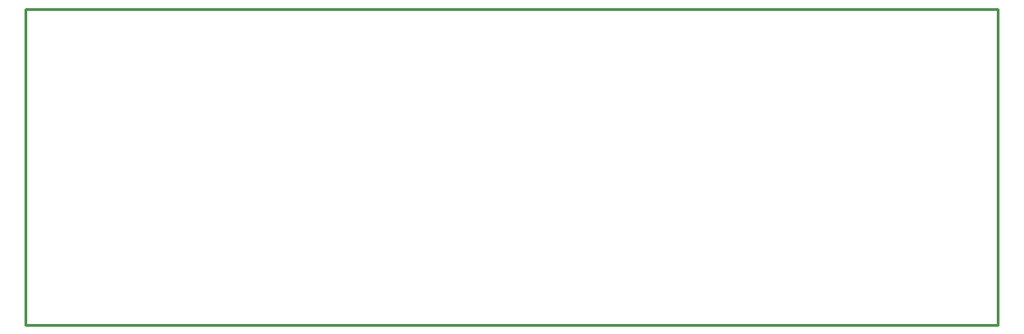
<source format=gko>
G04 Layer: BoardOutlineLayer*
G04 EasyEDA Pro v1.7.27, 2022-07-12 11:29:45*
G04 Gerber Generator version 0.3*
G04 Scale: 100 percent, Rotated: No, Reflected: No*
G04 Dimensions in millimeters*
G04 Leading zeros omitted, absolute positions, 3 integers and 3 decimals*
%FSLAX33Y33*%
%MOMM*%
%ADD10C,0.254*%
G75*


G04 Rect Start*
G54D10*
G01X0Y29421D02*
G01X0Y0D01*
G01X90678D01*
G01Y29421D01*
G01X0D01*
G04 Rect End*

M02*

</source>
